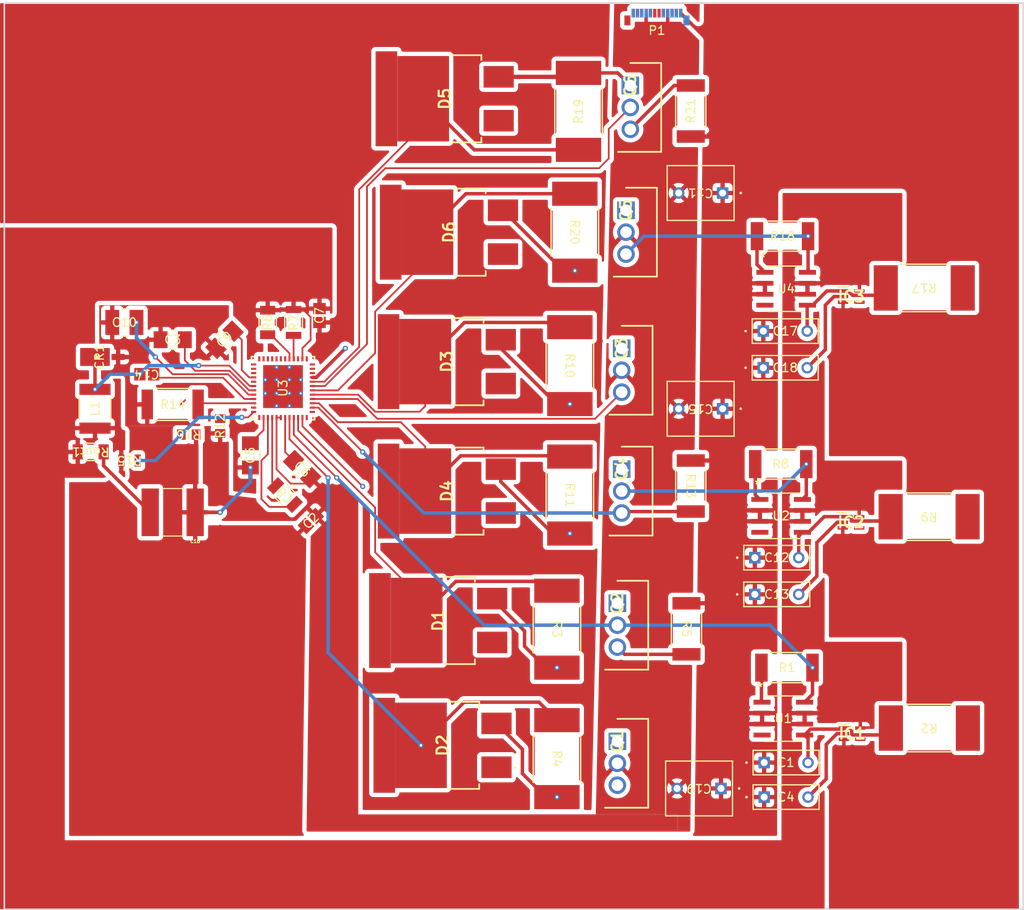
<source format=kicad_pcb>
(kicad_pcb (version 20241229) (generator "pcbnew") (generator_version "9.0")
  (layers (0 "F.Cu" signal) (4 "In1.Cu" signal) (6 "In2.Cu" signal) (2 "B.Cu" signal) (13 "F.Paste" user) (15 "B.Paste" user) (5 "F.SilkS" user "F.Silkscreen") (7 "B.SilkS" user "B.Silkscreen") (1 "F.Mask" user) (3 "B.Mask" user) (25 "Edge.Cuts" user))
  (net 0 "")
  (net 1 "GND")
  (net 2 "Net-(IC3-B)")
  (net 3 "Net-(IC2-B)")
  (net 4 "/ATV Motor Driver/Supply")
  (net 5 "/ATV Motor Driver/SW3")
  (net 6 "/ATV Motor Driver/SW2")
  (net 7 "/ATV Motor Driver/SW1")
  (net 8 "Net-(IC1-B)")
  (net 9 "Net-(D1-A)")
  (net 12 "/ATV Motor Driver/GL_A")
  (net 13 "/ATV Motor Driver/GH_A")
  (net 15 "Net-(D2-A)")
  (net 18 "/ATV Motor Driver/GH_B")
  (net 19 "Net-(D3-A)")
  (net 23 "/ATV Motor Driver/GL_B")
  (net 24 "Net-(D4-A)")
  (net 27 "Net-(D5-A)")
  (net 28 "/ATV Motor Driver/GL_C")
  (net 29 "Net-(D6-A)")
  (net 32 "/ATV Motor Driver/GH_C")
  (net 33 "/ATV Motor Driver/CURRENT_FILTER")
  (net 34 "/ATV Motor Driver/SH_A")
  (net 35 "/ATV Motor Driver/SPA")
  (net 36 "/ATV Motor Driver/SH_B")
  (net 37 "/ATV Motor Driver/SPB")
  (net 38 "/ATV Motor Driver/SH_C")
  (net 39 "/ATV Motor Driver/SPC")
  (net 40 "/ATV Motor Driver/PH_A")
  (net 41 "/ATV Motor Driver/PH_B")
  (net 42 "/ATV Motor Driver/CURRENT_A")
  (net 43 "/ATV Motor Driver/PH_C")
  (net 44 "/ATV Motor Driver/CURRENT_B")
  (net 45 "/ATV Motor Driver/CURRENT_C")
  (net 46 "Net-(U3-VIN)")
  (net 49 "/DRV8350rhrgzr/SOC")
  (net 50 "/DRV8350rhrgzr/SOA")
  (net 51 "/DRV8350rhrgzr/INLA")
  (net 52 "/DRV8350rhrgzr/SDO")
  (net 53 "/DRV8350rhrgzr/INLB")
  (net 54 "/DRV8350rhrgzr/SOB")
  (net 55 "/DRV8350rhrgzr/INLC")
  (net 56 "/DRV8350rhrgzr/INHA")
  (net 57 "/DRV8350rhrgzr/FAULT")
  (net 58 "/DRV8350rhrgzr/INHC")
  (net 59 "/DRV8350rhrgzr/INHB")
  (net 60 "Net-(U3-VGLS)")
  (net 61 "Net-(U3-VCP)")
  (net 62 "Net-(U3-CPH)")
  (net 63 "Net-(U3-CPL)")
  (net 64 "Net-(U3-VCC)")
  (net 65 "Net-(U3-SW)")
  (net 66 "Net-(U3-BST)")
  (net 67 "Net-(C16-Pad2)")
  (net 68 "Net-(U3-RT_SD)")
  (net 69 "Net-(U3-RCL)")
  (net 70 "Net-(U3-FB)")
  (net 75 "Net-(U3-DVDD)")
  (net 77 "VCC")
  (footprint "ATV_Footprint:RES_VMS-R500-1.0-U_IAT" (layer "F.Cu") (at 108.6411 112)
    (property "Reference" "R1")
    (property "Value" "VMS-R500-1.0-U" (hide yes))
  )
  (footprint "ATV_Footprint:CAP_R82E-7P4X2P6-5P0_KEM" (layer "F.Cu") (at 104.92 99.2556)
    (property "Reference" "C12")
    (property "Value" "R82EC1100AA50J" (hide yes))
  )
  (footprint "ATV_Footprint:RES_3550_TEC" (layer "F.Cu") (at 82 107.54 -90)
    (property "Reference" "R3")
    (property "Value" "35501K0JT" (hide yes))
  )
  (footprint "ATV_Footprint:POWERMITE1_DO-216AA_MIS_MCH" (layer "F.Cu") (at 29.0207 76 90)
    (property "Reference" "CR1")
    (property "Value" "UPS115UE3/TR7" (hide yes))
  )
  (footprint "ATV_Footprint:RES_VMS-R500-1.0-U_IAT" (layer "F.Cu") (at 107.9205 88.4118)
    (property "Reference" "R8")
    (property "Value" "VMS-R500-1.0-U" (hide yes))
  )
  (footprint "ATV_Footprint:CAP_R82E-7P5X6P1-5P0_KEM" (layer "F.Cu") (at 101.1844 82 180)
    (property "Reference" "C15")
    (property "Value" "R82EC4100DQ70J" (hide yes))
  )
  (footprint "ATV_Footprint:CAPC220145_88N_KEM" (layer "F.Cu") (at 34.5 78 180)
    (property "Reference" "C14")
    (property "Value" "C0805C103K1RACAUTO" (hide yes))
  )
  (footprint "ATV_Footprint:RES_3550_TEC" (layer "F.Cu") (at 82 122.54 -90)
    (property "Reference" "R4")
    (property "Value" "35501K0JT")
  )
  (footprint "ATV_Footprint:CAPC370290_115N_KEM" (layer "F.Cu") (at 31.902798 72)
    (property "Reference" "C10")
    (property "Value" "C1210X474K1RACAUTO" (hide yes))
  )
  (footprint "ATV_Footprint:RES_CRCW_0805" (layer "F.Cu") (at 32.5 88 180)
    (property "Reference" "R15")
    (property "Value" "CRCW08053K01FKEA" (hide yes))
  )
  (footprint "ATV_Footprint:CAP_R82E-7P4X2P6-5P0_KEM" (layer "F.Cu") (at 106 123)
    (property "Reference" "C1")
    (property "Value" "R82EC1100AA50J" (hide yes))
  )
  (footprint "ATV_Footprint:TO254P500X1010X2050-3P" (layer "F.Cu") (at 90 59 -90)
    (property "Reference" "Q5")
    (property "Value" "R6020ENXC7G" (hide yes))
  )
  (footprint "ATV_Footprint:RGZ0048L" (layer "F.Cu") (at 50.2763 79.6164 90)
    (property "Reference" "U3")
    (property "Value" "DRV8353RHRGZR" (hide yes))
  )
  (footprint "ATV_Footprint:CAP_R82E-7P4X2P6-5P0_KEM" (layer "F.Cu") (at 104.92 103.5068)
    (property "Reference" "C13")
    (property "Value" "R82EC2150AA50K" (hide yes))
  )
  (footprint "ATV_Footprint:CAPC370195_180N_KEM" (layer "F.Cu") (at 46.5 87.402798 90)
    (property "Reference" "C5")
    (property "Value" "C1206X105K1RACAUTO" (hide yes))
  )
  (footprint "ATV_Footprint:RES_VMS-R500-1.0-U_IAT" (layer "F.Cu") (at 97 107.4967 -90)
    (property "Reference" "R5")
    (property "Value" "VMS-R500-1.0-U" (hide yes))
  )
  (footprint "ATV_Footprint:RES_RMCF1206_STP" (layer "F.Cu") (at 28.0014 87 180)
    (property "Reference" "Rout1")
    (property "Value" "RMCF1206FT3R00" (hide yes))
  )
  (footprint "ATV_Footprint:RES_RMCF2512_STP" (layer "F.Cu") (at 37.5 81.5)
    (property "Reference" "R14")
    (property "Value" "RMCF2512FT332K" (hide yes))
  )
  (footprint "ATV_Footprint:RES_3550_TEC" (layer "F.Cu") (at 125.1344 119 180)
    (property "Reference" "R2")
    (property "Value" "35501K0JT" (hide yes))
  )
  (footprint "ATV_Footprint:CAPC6153X670N" (layer "F.Cu") (at 37.5 94 180)
    (property "Reference" "C16")
    (property "Value" "KRM55WR72A226MH01L")
  )
  (footprint "ATV_Footprint:TO254P500X1010X2050-3P" (layer "F.Cu") (at 90.5 44.5423 -90)
    (property "Reference" "Q6")
    (property "Value" "R6020ENXC7G" (hide yes))
  )
  (footprint "ATV_Footprint:TO254P500X1010X2050-3P" (layer "F.Cu") (at 89.5 89 -90)
    (property "Reference" "Q4")
    (property "Value" "R6020ENXC7G" (hide yes))
  )
  (footprint "ATV_Footprint:CAPC370195_180N_KEM" (layer "F.Cu") (at 43.5 74 45)
    (property "Reference" "C9")
    (property "Value" "C1206X105K1RACAUTO" (hide yes))
  )
  (footprint "ATV_Footprint:SOT65P210X110-5N" (layer "F.Cu") (at 116.0846 69)
    (property "Reference" "IC3")
    (property "Value" "SN74LVC1G66DCKR" (hide yes))
  )
  (footprint "ATV_Footprint:YQ30NL10SEFHTL" (layer "F.Cu") (at 68.5 121 90)
    (property "Reference" "D2")
    (property "Value" "YQ20NL10SDTL" (hide yes))
  )
  (footprint "ATV_Footprint:R_8_ADI" (layer "F.Cu") (at 108.2206 117.905)
    (property "Reference" "U1")
    (property "Value" "AD8418WBRZ")
  )
  (footprint "ATV_Footprint:YQ30NL10SEFHTL" (layer "F.Cu") (at 69 91.54 90)
    (property "Reference" "D4")
    (property "Value" "YQ20NL10SDTL" (hide yes))
  )
  (footprint "ATV_Footprint:SOT65P210X110-5N" (layer "F.Cu") (at 116.1844 119.65)
    (property "Reference" "IC1")
    (property "Value" "SN74LVC1G66DCKR" (hide yes))
  )
  (footprint "ATV_Footprint:RC0805N_PAN" (layer "F.Cu") (at 39.352799 85 180)
    (property "Reference" "R16")
    (property "Value" "ERA-6AEB102V" (hide yes))
  )
  (footprint "ATV_Footprint:RES_3550_TEC" (layer "F.Cu") (at 83.5 77 -90)
    (property "Reference" "R10")
    (property "Value" "35501K0JT" (hide yes))
  )
  (footprint "ATV_Footprint:CAPC220145_110N_KEM" (layer "F.Cu") (at 54.5 71.197201 90)
    (property "Reference" "C7")
    (property "Value" "C0805C104K1RECAUTO" (hide yes))
  )
  (footprint "ATV_Footprint:YQ30NL10SEFHTL" (layer "F.Cu") (at 69 76.54 90)
    (property "Reference" "D3")
    (property "Value" "YQ20NL10SDTL" (hide yes))
  )
  (footprint "ATV_Footprint:CAPC220145_110N_KEM" (layer "F.Cu") (at 53.5 95 45)
    (property "Reference" "C2")
    (property "Value" "C0805C104K1RECAUTO" (hide yes))
  )
  (footprint "ATV_Footprint:RES_3550_TEC" (layer "F.Cu") (at 125.1044 94.5068 180)
    (property "Reference" "R9")
    (property "Value" "35501K0JT" (hide yes))
  )
  (footprint "ATV_Footprint:TO254P500X1010X2050-3P" (layer "F.Cu") (at 89 104.54 -90)
    (property "Reference" "Q2")
    (property "Value" "R6020ENXC7G" (hide yes))
  )
  (footprint "ATV_Footprint:YQ30NL10SEFHTL" (layer "F.Cu") (at 69.25 61.54 90)
    (property "Reference" "D6")
    (property "Value" "YQ20NL10SDTL" (hide yes))
  )
  (footprint "ATV_Footprint:R_8_ADI" (layer "F.Cu") (at 108.5484 68.095)
    (property "Reference" "U4")
    (property "Value" "AD8418WBRZ" (hide yes))
  )
  (footprint "ATV_Footprint:RES_VMS-R500-1.0-U_IAT" (layer "F.Cu") (at 108.1279 62)
    (property "Reference" "R18")
    (property "Value" "VMS-R500-1.0-U" (hide yes))
  )
  (footprint "ATV_Footprint:CAPC370195_180N_KEM" (layer "F.Cu") (at 52.491928 88.991928 -45)
    (property "Reference" "C6")
    (property "Value" "C1206X105K1RACAUTO" (hide yes))
  )
  (footprint "ATV_Footprint:R_8_ADI" (layer "F.Cu") (at 107.9638 94.4118)
    (property "Reference" "U2")
    (property "Value" "AD8418WBRZ" (hide yes))
  )
  (footprint "ATV_Footprint:STA_RMCF1206_STP" (layer "F.Cu") (at 48.5 72 90)
    (property "Reference" "R6")
    (property "Value" "RMCF1206JT1K00" (hide yes))
  )
  (footprint "ATV_Footprint:YQ30NL10SEFHTL" (layer "F.Cu") (at 68.75 46.08 90)
    (property "Reference" "D5")
    (property "Value" "YQ20NL10SDTL" (hide yes))
  )
  (footprint "ATV_Footprint:RES_3550_TEC" (layer "F.Cu") (at 83.5 92 -90)
    (property "Reference" "R11")
    (property "Value" "35501K0JT" (hide yes))
  )
  (footprint "ATV_Footprint:RC0805N_PAN" (layer "F.Cu") (at 43 84 90)
    (property "Reference" "R12")
    (property "Value" "ERJ-6ENF3243V" (hide yes))
  )
  (footprint "ATV_Footprint:CAP_R82E-7P4X2P6-5P0_KEM" (layer "F.Cu") (at 105.9002 77.2512)
    (property "Reference" "C18")
    (property "Value" "R82EC2150AA50K" (hide yes))
  )
  (footprint "ATV_Footprint:RES_VMS-R500-1.0-U_IAT" (layer "F.Cu") (at 97.5 90.9567 -90)
    (property "Reference" "R13")
    (property "Value" "VMS-R500-1.0-U" (hide yes))
  )
  (footprint "ATV_Footprint:CAP_R82E-7P4X2P6-5P0_KEM" (layer "F.Cu") (at 106 127)
    (property "Reference" "C4")
    (property "Value" "R82EC2150AA50K" (hide yes))
  )
  (footprint "ATV_Footprint:IND_EPCOS_B82432T_EPC" (layer "F.Cu") (at 28.5 82 90)
    (property "Reference" "L1")
    (property "Value" "B82432T1274K000" (hide yes))
  )
  (footprint "ATV_Footprint:CAPC370195_180N_KEM" (layer "F.Cu") (at 37.5 74)
    (property "Reference" "C3")
    (property "Value" "C1206X105K1RACAUTO" (hide yes))
  )
  (footprint "ATV_Footprint:YQ30NL10SEFHTL" (layer "F.Cu") (at 68 106.54 90)
    (property "Reference" "D1")
    (property "Value" "YQ20NL10SDTL" (hide yes))
  )
  (footprint "ATV_Footprint:TO254P500X1010X2050-3P" (layer "F.Cu") (at 89.5 75 -90)
    (property "Reference" "Q3")
    (property "Value" "R6020ENXC7G" (hide yes))
  )
  (footprint "ATV_Footprint:SOT65P210X110-5N" (layer "F.Cu") (at 116.0544 95.1568)
    (property "Reference" "IC2")
    (property "Value" "SN74LVC1G66DCKR" (hide yes))
  )
  (footprint "ATV_Footprint:RES_VMS-R500-1.0-U_IAT" (layer "F.Cu") (at 97.5 47.499 90)
    (property "Reference" "R21")
    (property "Value" "VMS-R500-1.0-U" (hide yes))
  )
  (footprint "ATV_Footprint:STA_RNCF1206_STP" (layer "F.Cu") (at 51.5 72 90)
    (property "Reference" "R7")
    (property "Value" "RNCF1206TKY10K0" (hide yes))
  )
  (footprint "ATV_Footprint:CAPC340180_180N_KEM" (layer "F.Cu") (at 50.5 92 135)
    (property "Reference" "C8")
    (property "Value" "C1206C474K1RECAUTO" (hide yes))
  )
  (footprint "ATV_Footprint:RES_3550_TEC" (layer "F.Cu") (at 124.5423 68 180)
    (property "Reference" "R17")
    (property "Value" "35501K0JT" (hide yes))
  )
  (footprint "Connector_USB:USB_C_Plug_Molex_105444" (layer "F.Cu") (at 93.58 36.12)
    (property "Reference" "P1")
    (property "Value" "USB_C_Plug_USB2.0" (hide yes))
  )
  (footprint "ATV_Footprint:RES_3550_TEC" (layer "F.Cu") (at 84.075 61.54 -90)
    (property "Reference" "R20")
    (property "Value" "35501K0JT" (hide yes))
  )
  (footprint "ATV_Footprint:CAP_R82E-7P5X6P1-5P0_KEM" (layer "F.Cu") (at 101 126 180)
    (property "Reference" "C19")
    (property "Value" "R82EC4100DQ70J" (hide yes))
  )
  (footprint "ATV_Footprint:TO254P500X1010X2050-3P" (layer "F.Cu") (at 89 120.54 -90)
    (property "Reference" "Q1")
    (property "Value" "R6020ENXC7G" (hide yes))
  )
  (footprint "ATV_Footprint:RES_3550_TEC" (layer "F.Cu") (at 84.5 47.5423 90)
    (property "Reference" "R19")
    (property "Value" "35501K0JT" (hide yes))
  )
  (footprint "ATV_Footprint:CAP_R82E-7P5X6P1-5P0_KEM" (layer "F.Cu") (at 101.1844 57 180)
    (property "Reference" "C11")
    (property "Value" "R82EC4100DQ70J" (hide yes))
  )
  (footprint "ATV_Footprint:CAP_R82E-7P4X2P6-5P0_KEM" (layer "F.Cu") (at 105.9002 73)
    (property "Reference" "C17")
    (property "Value" "R82EC1100AA50J" (hide yes))
  )
  (gr_rect (start 18 35) (end 136 140) (stroke (width 0.2)) (fill no) (layer "Edge.Cuts"))
  (segment (start 40.103 94) (end 43 94) (width 0.4) (layer "F.Cu") (net 1))
  (segment (start 42.508072 74.991928) (end 42.508072 75.08727) (width 0.2) (layer "F.Cu") (net 1))
  (segment (start 101 40.83) (end 101 48.7813) (width 0.41) (layer "F.Cu") (net 1))
  (segment (start 101 48.7813) (end 99.3256 50.4557) (width 0.4) (layer "F.Cu") (net 1))
  (segment (start 96.33 36.16) (end 101 40.83) (width 0.4) (layer "F.Cu") (net 1))
  (segment (start 99.3256 50.4557) (end 97.5 50.4557) (width 0.4) (layer "F.Cu") (net 1))
  (via (at 43 94) (size 0.6) (drill 0.3) (layers "F.Cu" "B.Cu") (net 1))
  (via (at 46.5 88.805596) (size 0.6) (drill 0.3) (layers "F.Cu" "B.Cu") (net 1))
  (segment (start 43 94) (end 46.5 90.5) (width 0.4) (layer "B.Cu") (net 1))
  (segment (start 46.5 90.5) (end 46.5 88.805596) (width 0.4) (layer "B.Cu") (net 1))
  (segment (start 115.1346 69) (end 114.0846 69) (width 0.4) (layer "F.Cu") (net 2))
  (segment (start 113.0846 70) (end 113.0846 75.1468) (width 0.4) (layer "F.Cu") (net 2))
  (segment (start 114.0846 69) (end 113.0846 70) (width 0.4) (layer "F.Cu") (net 2))
  (segment (start 113.0846 75.1468) (end 110.9802 77.2512) (width 0.4) (layer "F.Cu") (net 2))
  (segment (start 112.1044 97.5068) (end 114.4544 95.1568) (width 0.4) (layer "F.Cu") (net 3))
  (segment (start 114.4544 95.1568) (end 115.1044 95.1568) (width 0.4) (layer "F.Cu") (net 3))
  (segment (start 112.1044 101.4024) (end 112.1044 97.5068) (width 0.4) (layer "F.Cu") (net 3))
  (segment (start 110 103.5068) (end 112.1044 101.4024) (width 0.4) (layer "F.Cu") (net 3))
  (segment (start 49.526302 83.016401) (end 49.526302 89.026302) (width 0.2) (layer "F.Cu") (net 4))
  (segment (start 49.526302 89.026302) (end 51.173284 90.673284) (width 0.2) (layer "F.Cu") (net 4))
  (segment (start 51.173284 90.673284) (end 52.794428 90.673284) (width 0.2) (layer "F.Cu") (net 4))
  (segment (start 92.33 36.16) (end 92.33 37.67) (width 0.4) (layer "F.Cu") (net 4))
  (segment (start 94.83 36.16) (end 94.83 37.83) (width 0.4) (layer "F.Cu") (net 4))
  (segment (start 49.526302 83.016401) (end 50.0263 83.016401) (width 0.2) (layer "F.Cu") (net 4))
  (segment (start 52.794428 90.673284) (end 53.483856 89.983856) (width 0.2) (layer "F.Cu") (net 4))
  (segment (start 119.2336 68.851) (end 120.0846 68) (width 0.2) (layer "F.Cu") (net 5))
  (segment (start 120.0846 68) (end 119.9336 67.849) (width 0.2) (layer "F.Cu") (net 5))
  (segment (start 116.2356 68.851) (end 119.2336 68.851) (width 0.4) (layer "F.Cu") (net 5))
  (segment (start 110.9802 73) (end 110.9802 70.032) (width 0.4) (layer "F.Cu") (net 5))
  (segment (start 110.9802 70.032) (end 111.0122 70) (width 0.2) (layer "F.Cu") (net 5))
  (segment (start 115.7346 68.35) (end 116.2356 68.851) (width 0.4) (layer "F.Cu") (net 5))
  (segment (start 113.2642 68.35) (end 111.6142 70) (width 0.4) (layer "F.Cu") (net 5))
  (segment (start 115.1346 68.35) (end 113.2642 68.35) (width 0.4) (layer "F.Cu") (net 5))
  (segment (start 115.1346 68.35) (end 115.7346 68.35) (width 0.4) (layer "F.Cu") (net 5))
  (segment (start 111.6142 70) (end 111.0122 70) (width 0.4) (layer "F.Cu") (net 5))
  (segment (start 116.1034 94.5068) (end 116.1034 95.0078) (width 0.4) (layer "F.Cu") (net 6))
  (segment (start 115.1044 94.5068) (end 116.1034 94.5068) (width 0.4) (layer "F.Cu") (net 6))
  (segment (start 110.4276 96.3168) (end 111.1388 96.3168) (width 0.2) (layer "F.Cu") (net 6))
  (segment (start 110 96.7444) (end 110.4276 96.3168) (width 0.4) (layer "F.Cu") (net 6))
  (segment (start 111.1388 96.3168) (end 112.9488 94.5068) (width 0.4) (layer "F.Cu") (net 6))
  (segment (start 112.9488 94.5068) (end 115.1044 94.5068) (width 0.4) (layer "F.Cu") (net 6))
  (segment (start 110 99.2556) (end 110 96.7444) (width 0.4) (layer "F.Cu") (net 6))
  (segment (start 116.1034 95.0078) (end 120.1457 95.0078) (width 0.4) (layer "F.Cu") (net 6))
  (segment (start 120.1457 95.0078) (end 120.6467 94.5068) (width 0.2) (layer "F.Cu") (net 6))
  (segment (start 111.08 123) (end 111.08 120.2056) (width 0.4) (layer "F.Cu") (net 7))
  (segment (start 111.08 120.2056) (end 110.6844 119.81) (width 0.4) (layer "F.Cu") (net 7))
  (segment (start 110.6844 119.81) (end 111.3956 119.81) (width 0.2) (layer "F.Cu") (net 7))
  (segment (start 116.2374 119.799) (end 116.1354 119.697) (width 0.4) (layer "F.Cu") (net 7))
  (segment (start 116.1354 119.697) (end 116.1354 119.101) (width 0.4) (layer "F.Cu") (net 7))
  (segment (start 115.114 119.1204) (end 111.374 119.1204) (width 0.4) (layer "F.Cu") (net 7))
  (segment (start 119.8777 119.799) (end 116.2374 119.799) (width 0.4) (layer "F.Cu") (net 7))
  (segment (start 115.2344 119) (end 115.114 119.1204) (width 0.4) (layer "F.Cu") (net 7))
  (segment (start 111.374 119.1204) (end 110.6844 119.81) (width 0.4) (layer "F.Cu") (net 7))
  (segment (start 116.1354 119.101) (end 116.0344 119) (width 0.4) (layer "F.Cu") (net 7))
  (segment (start 120.6767 119) (end 119.8777 119.799) (width 0.2) (layer "F.Cu") (net 7))
  (segment (start 116.0344 119) (end 115.2344 119) (width 0.4) (layer "F.Cu") (net 7))
  (segment (start 114.4344 119.65) (end 113.1844 120.9) (width 0.4) (layer "F.Cu") (net 8))
  (segment (start 113.1844 124.8956) (end 111.08 127) (width 0.4) (layer "F.Cu") (net 8))
  (segment (start 115.2344 119.65) (end 114.4344 119.65) (width 0.4) (layer "F.Cu") (net 8))
  (segment (start 113.1844 120.9) (end 113.1844 124.8956) (width 0.4) (layer "F.Cu") (net 8))
  (segment (start 78.25 109.520836) (end 80.726864 111.9977) (width 0.4) (layer "F.Cu") (net 9))
  (segment (start 78.25 107.75) (end 78.25 109.520836) (width 0.4) (layer "F.Cu") (net 9))
  (segment (start 74.5 104) (end 78.25 107.75) (width 0.4) (layer "F.Cu") (net 9))
  (segment (start 80.726864 111.9977) (end 82 111.9977) (width 0.4) (layer "F.Cu") (net 9))
  (via (at 82 111.9977) (size 0.6) (drill 0.3) (layers "F.Cu" "B.Cu") (net 9))
  (segment (start 70.29 102) (end 80.9177 102) (width 0.4) (layer "F.Cu") (net 12))
  (segment (start 65.75 106.54) (end 70.29 102) (width 0.4) (layer "F.Cu") (net 12))
  (segment (start 60.949 98.637) (end 65.75 103.438) (width 0.2) (layer "F.Cu") (net 12))
  (segment (start 52.026302 84.526302) (end 60.949 93.449) (width 0.2) (layer "F.Cu") (net 12))
  (segment (start 65.75 103.438) (end 65.75 106.54) (width 0.2) (layer "F.Cu") (net 12))
  (segment (start 60.949 93.449) (end 60.949 98.637) (width 0.2) (layer "F.Cu") (net 12))
  (segment (start 80.9177 102) (end 82 103.0823) (width 0.4) (layer "F.Cu") (net 12))
  (segment (start 52.026302 83.016401) (end 52.026302 84.526302) (width 0.2) (layer "F.Cu") (net 12))
  (segment (start 51.026301 83.016401) (end 51.026301 85.526301) (width 0.2) (layer "F.Cu") (net 13))
  (segment (start 51.026301 85.526301) (end 55.5 90) (width 0.2) (layer "F.Cu") (net 13))
  (segment (start 71.25 116) (end 66.25 121) (width 0.4) (layer "F.Cu") (net 13))
  (segment (start 79.9177 116) (end 71.25 116) (width 0.4) (layer "F.Cu") (net 13))
  (segment (start 82 118.0823) (end 79.9177 116) (width 0.4) (layer "F.Cu") (net 13))
  (via (at 55.5 90) (size 0.6) (drill 0.3) (layers "F.Cu" "B.Cu") (net 13))
  (via (at 66.25 121) (size 0.6) (drill 0.3) (layers "F.Cu" "B.Cu") (net 13))
  (segment (start 55.5 110.25) (end 66.25 121) (width 0.4) (layer "B.Cu") (net 13))
  (segment (start 55.5 90) (end 55.5 110.25) (width 0.4) (layer "B.Cu") (net 13))
  (segment (start 75 118.46) (end 78 121.46) (width 0.4) (layer "F.Cu") (net 15))
  (segment (start 78 124.270836) (end 80.726864 126.9977) (width 0.4) (layer "F.Cu") (net 15))
  (segment (start 78 121.46) (end 78 124.270836) (width 0.4) (layer "F.Cu") (net 15))
  (segment (start 80.726864 126.9977) (end 82 126.9977) (width 0.4) (layer "F.Cu") (net 15))
  (via (at 82 126.9977) (size 0.6) (drill 0.3) (layers "F.Cu" "B.Cu") (net 15))
  (segment (start 60.949 82.341) (end 66.099 82.341) (width 0.2) (layer "F.Cu") (net 18))
  (segment (start 83.4067 72.449) (end 82.9577 72) (width 0.4) (layer "F.Cu") (net 18))
  (segment (start 82.9577 72) (end 71.29 72) (width 0.4) (layer "F.Cu") (net 18))
  (segment (start 66.75 81.69) (end 66.75 76.54) (width 0.2) (layer "F.Cu") (net 18))
  (segment (start 58.974398 80.366398) (end 60.949 82.341) (width 0.2) (layer "F.Cu") (net 18))
  (segment (start 71.29 72) (end 66.75 76.54) (width 0.4) (layer "F.Cu") (net 18))
  (segment (start 53.676301 80.366398) (end 58.974398 80.366398) (width 0.2) (layer "F.Cu") (net 18))
  (segment (start 66.099 82.341) (end 66.75 81.69) (width 0.2) (layer "F.Cu") (net 18))
  (segment (start 83.5 72.5423) (end 83.4067 72.449) (width 0.2) (layer "F.Cu") (net 18))
  (segment (start 81.9577 81.4577) (end 83.5 81.4577) (width 0.4) (layer "F.Cu") (net 19))
  (segment (start 75.5 75) (end 81.9577 81.4577) (width 0.4) (layer "F.Cu") (net 19))
  (segment (start 75.5 74) (end 75.5 75) (width 0.2) (layer "F.Cu") (net 19))
  (via (at 83.5 81.4577) (size 0.6) (drill 0.3) (layers "F.Cu" "B.Cu") (net 19))
  (segment (start 83.5 87.5423) (end 83.4067 87.449) (width 0.2) (layer "F.Cu") (net 23))
  (segment (start 63.9167 83.5567) (end 56.6238 83.5567) (width 0.2) (layer "F.Cu") (net 23))
  (segment (start 66.75 86.39) (end 63.9167 83.5567) (width 0.2) (layer "F.Cu") (net 23))
  (segment (start 66.75 91.54) (end 66.75 86.39) (width 0.2) (layer "F.Cu") (net 23))
  (segment (start 83.4067 87.449) (end 70.841 87.449) (width 0.4) (layer "F.Cu") (net 23))
  (segment (start 56.6238 83.5567) (end 54.433499 81.366399) (width 0.2) (layer "F.Cu") (net 23))
  (segment (start 54.433499 81.366399) (end 53.676301 81.366399) (width 0.2) (layer "F.Cu") (net 23))
  (segment (start 70.841 87.449) (end 66.75 91.54) (width 0.4) (layer "F.Cu") (net 23))
  (segment (start 81.5077 96.4577) (end 83.5 96.4577) (width 0.4) (layer "F.Cu") (net 24))
  (segment (start 75.5 89) (end 75.5 90.45) (width 0.4) (layer "F.Cu") (net 24))
  (segment (start 75.5 90.45) (end 81.5077 96.4577) (width 0.4) (layer "F.Cu") (net 24))
  (via (at 83.5 96.4577) (size 0.6) (drill 0.3) (layers "F.Cu" "B.Cu") (net 24))
  (segment (start 75.25 43.54) (end 84.0446 43.54) (width 0.5) (layer "F.Cu") (net 27))
  (segment (start 89.0423 43.0846) (end 90.5 44.5423) (width 0.4) (layer "F.Cu") (net 27))
  (segment (start 84.0446 43.54) (end 84.5 43.0846) (width 0.2) (layer "F.Cu") (net 27))
  (segment (start 84.5 43.0846) (end 89.0423 43.0846) (width 0.4) (layer "F.Cu") (net 27))
  (segment (start 72.42 52) (end 66.5 46.08) (width 0.4) (layer "F.Cu") (net 28))
  (segment (start 66.5 46.08) (end 66.5 49.182) (width 0.2) (layer "F.Cu") (net 28))
  (segment (start 55.066501 78.866399) (end 53.676301 78.866399) (width 0.2) (layer "F.Cu") (net 28))
  (segment (start 84.5 52) (end 72.42 52) (width 0.4) (layer "F.Cu") (net 28))
  (segment (start 66.5 49.182) (end 59.099 56.583) (width 0.2) (layer "F.Cu") (net 28))
  (segment (start 59.099 56.583) (end 59.099 74.8339) (width 0.2) (layer "F.Cu") (net 28))
  (segment (start 59.099 74.8339) (end 55.066501 78.866399) (width 0.2) (layer "F.Cu") (net 28))
  (segment (start 82.7477 65.9977) (end 84.075 65.9977) (width 0.4) (layer "F.Cu") (net 29))
  (segment (start 75.75 59) (end 82.7477 65.9977) (width 0.4) (layer "F.Cu") (net 29))
  (via (at 84.075 65.9977) (size 0.6) (drill 0.3) (layers "F.Cu" "B.Cu") (net 29))
  (segment (start 71.4577 57.0823) (end 84.075 57.0823) (width 0.4) (layer "F.Cu") (net 32))
  (segment (start 60.949 75.551) (end 60.949 70.739) (width 0.2) (layer "F.Cu") (net 32))
  (segment (start 56.6336 79.8664) (end 60.949 75.551) (width 0.2) (layer "F.Cu") (net 32))
  (segment (start 67 61.54) (end 71.4577 57.0823) (width 0.4) (layer "F.Cu") (net 32))
  (segment (start 67 64.688) (end 67 61.54) (width 0.2) (layer "F.Cu") (net 32))
  (segment (start 60.949 70.739) (end 67 64.688) (width 0.2) (layer "F.Cu") (net 32))
  (segment (start 53.676301 79.8664) (end 56.6336 79.8664) (width 0.2) (layer "F.Cu") (net 32))
  (segment (start 51.5263 83.016401) (end 51.5263 85.0263) (width 0.2) (layer "F.Cu") (net 34))
  (segment (start 111.5978 115.0866) (end 111.5978 112) (width 0.4) (layer "F.Cu") (net 34))
  (segment (start 51.5263 85.0263) (end 56.5 90) (width 0.2) (layer "F.Cu") (net 34))
  (segment (start 110.6844 116) (end 111.5978 115.0866) (width 0.4) (layer "F.Cu") (net 34))
  (via (at 111.5978 112) (size 0.6) (drill 0.3) (layers "F.Cu" "B.Cu") (net 34))
  (via (at 56.5 90) (size 0.6) (drill 0.3) (layers "F.Cu" "B.Cu") (net 34))
  (segment (start 106.6778 107.08) (end 111.5978 112) (width 0.4) (layer "B.Cu") (net 34))
  (segment (start 56.5 90) (end 73.58 107.08) (width 0.4) (layer "B.Cu") (net 34))
  (segment (start 89 107.08) (end 106.6778 107.08) (width 0.4) (layer "B.Cu") (net 34))
  (segment (start 73.58 107.08) (end 89 107.08) (width 0.4) (layer "B.Cu") (net 34))
  (segment (start 52.526301 84.026301) (end 59.5 91) (width 0.2) (layer "F.Cu") (net 35))
  (segment (start 97 110.4534) (end 89.8334 110.4534) (width 0.4) (layer "F.Cu") (net 35))
  (segment (start 52.526301 83.016401) (end 52.526301 84.026301) (width 0.2) (layer "F.Cu") (net 35))
  (segment (start 89.8334 110.4534) (end 89 109.62) (width 0.4) (layer "F.Cu") (net 35))
  (via (at 59.5 91) (size 0.6) (drill 0.3) (layers "F.Cu" "B.Cu") (net 35))
  (segment (start 53.676301 80.8664) (end 58.9073 80.8664) (width 0.2) (layer "F.Cu") (net 36))
  (segment (start 110.8772 88.4118) (end 110.8772 92.0572) (width 0.4) (layer "F.Cu") (net 36))
  (segment (start 58.9073 80.8664) (end 61.1966 83.1557) (width 0.2) (layer "F.Cu") (net 36))
  (segment (start 110.8772 92.0572) (end 110.4276 92.5068) (width 0.4) (layer "F.Cu") (net 36))
  (segment (start 61.1966 83.1557) (end 86.4243 83.1557) (width 0.2) (layer "F.Cu") (net 36))
  (segment (start 86.4243 83.1557) (end 89.5 80.08) (width 0.2) (layer "F.Cu") (net 36))
  (via (at 110.8772 88.4118) (size 0.6) (drill 0.3) (layers "F.Cu" "B.Cu") (net 36))
  (segment (start 107.749 91.54) (end 110.8772 88.4118) (width 0.4) (layer "B.Cu") (net 36))
  (segment (start 89.5 91.54) (end 107.749 91.54) (width 0.4) (layer "B.Cu") (net 36))
  (segment (start 54.366401 81.866401) (end 59.5 87) (width 0.2) (layer "F.Cu") (net 37))
  (segment (start 97.5 93.9134) (end 89.6666 93.9134) (width 0.4) (layer "F.Cu") (net 37))
  (segment (start 53.676301 81.866401) (end 54.366401 81.866401) (width 0.2) (layer "F.Cu") (net 37))
  (segment (start 89.6666 93.9134) (end 89.5 94.08) (width 0.4) (layer "F.Cu") (net 37))
  (via (at 59.5 87) (size 0.6) (drill 0.3) (layers "F.Cu" "B.Cu") (net 37))
  (segment (start 59.5 87) (end 66.58 94.08) (width 0.4) (layer "B.Cu") (net 37))
  (segment (start 66.58 94.08) (end 89.5 94.08) (width 0.4) (layer "B.Cu") (net 37))
  (segment (start 88 49.5823) (end 90.5 47.0823) (width 0.2) (layer "F.Cu") (net 38))
  (segment (start 111.0846 62) (end 111.0846 66.1176) (width 0.4) (layer "F.Cu") (net 38))
  (segment (start 60 56.2491) (end 62.12455 54.12455) (width 0.2) (layer "F.Cu") (net 38))
  (segment (start 62.12455 54.12455) (end 86.87545 54.12455) (width 0.2) (layer "F.Cu") (net 38))
  (segment (start 88 53) (end 88 49.5823) (width 0.2) (layer "F.Cu") (net 38))
  (segment (start 111.0846 66.1176) (end 111.0122 66.19) (width 0.2) (layer "F.Cu") (net 38))
  (segment (start 53.676301 79.3664) (end 55.1336 79.3664) (width 0.2) (layer "F.Cu") (net 38))
  (segment (start 60 74.5) (end 60 56.2491) (width 0.2) (layer "F.Cu") (net 38))
  (segment (start 55.1336 79.3664) (end 60 74.5) (width 0.2) (layer "F.Cu") (net 38))
  (segment (start 86.87545 54.12455) (end 88 53) (width 0.2) (layer "F.Cu") (net 38))
  (via (at 111.0846 62) (size 0.6) (drill 0.3) (layers "F.Cu" "B.Cu") (net 38))
  (segment (start 92.08 62) (end 111.0846 62) (width 0.4) (layer "B.Cu") (net 38))
  (segment (start 90 64.08) (end 92.08 62) (width 0.4) (layer "B.Cu") (net 38))
  (segment (start 57.5 75) (end 54.1336 78.3664) (width 0.4) (layer "F.Cu") (net 39))
  (segment (start 54.1336 78.3664) (end 53.676301 78.3664) (width 0.4) (layer "F.Cu") (net 39))
  (segment (start 90.5 49.6223) (end 95.58 44.5423) (width 0.4) (layer "F.Cu") (net 39))
  (segment (start 95.58 44.5423) (end 97.5 44.5423) (width 0.4) (layer "F.Cu") (net 39))
  (via (at 57.5 75) (size 0.6) (drill 0.3) (layers "F.Cu" "B.Cu") (net 39))
  (segment (start 105.6844 112) (end 105.6844 115.9276) (width 0.4) (layer "F.Cu") (net 40))
  (segment (start 105.6844 115.9276) (end 105.7568 116) (width 0.2) (layer "F.Cu") (net 40))
  (segment (start 104.9638 88.4118) (end 104.9638 91.9706) (width 0.4) (layer "F.Cu") (net 41))
  (segment (start 104.9638 91.9706) (end 105.5 92.5068) (width 0.4) (layer "F.Cu") (net 41))
  (segment (start 105.1712 62) (end 105.1712 65.2766) (width 0.4) (layer "F.Cu") (net 43))
  (segment (start 105.1712 65.2766) (end 106.0846 66.19) (width 0.4) (layer "F.Cu") (net 43))
  (segment (start 46.3543 79.8664) (end 46.876299 79.8664) (width 0.2) (layer "F.Cu") (net 46))
  (segment (start 44.0869 77.599) (end 46.3543 79.8664) (width 0.2) (layer "F.Cu") (net 46))
  (segment (start 38.902798 74) (end 38.902798 76.402798) (width 0.2) (layer "F.Cu") (net 46))
  (segment (start 40.099 77.599) (end 44.0869 77.599) (width 0.2) (layer "F.Cu") (net 46))
  (segment (start 38.902798 76.402798) (end 40.099 77.599) (width 0.2) (layer "F.Cu") (net 46))
  (segment (start 51.026301 75.580401) (end 51.026301 76.216399) (width 0.2) (layer "F.Cu") (net 52))
  (segment (start 48.5 73.4224) (end 48.8683 73.4224) (width 0.2) (layer "F.Cu") (net 52))
  (segment (start 48.8683 73.4224) (end 51.026301 75.580401) (width 0.2) (layer "F.Cu") (net 52))
  (segment (start 51.5 76.190099) (end 51.5263 76.216399) (width 0.2) (layer "F.Cu") (net 57))
  (segment (start 51.5 73.4986) (end 51.5 76.190099) (width 0.2) (layer "F.Cu") (net 57))
  (segment (start 48.026299 84.473701) (end 48.026299 83.016401) (width 0.2) (layer "F.Cu") (net 60))
  (segment (start 46.5 86) (end 48.026299 84.473701) (width 0.2) (layer "F.Cu") (net 60))
  (segment (start 50.5263 87.0263) (end 50.5263 83.016401) (width 0.2) (layer "F.Cu") (net 61))
  (segment (start 51.5 88) (end 50.5263 87.0263) (width 0.2) (layer "F.Cu") (net 61))
  (segment (start 49.419684 90.919684) (end 49.0263 90.5263) (width 0.2) (layer "F.Cu") (net 62))
  (segment (start 49.0263 90.5263) (end 49.0263 83.016401) (width 0.2) (layer "F.Cu") (net 62))
  (segment (start 47.775998 92.46139) (end 47.775998 88) (width 0.2) (layer "F.Cu") (net 63))
  (segment (start 47.775998 88) (end 48.526301 87.249697) (width 0.2) (layer "F.Cu") (net 63))
  (segment (start 48.526301 87.249697) (end 48.526301 83.016401) (width 0.2) (layer "F.Cu") (net 63))
  (segment (start 48.687266 93.372658) (end 47.775998 92.46139) (width 0.2) (layer "F.Cu") (net 63))
  (segment (start 51.287974 93.372658) (end 48.687266 93.372658) (width 0.2) (layer "F.Cu") (net 63))
  (segment (start 51.580316 93.080316) (end 51.287974 93.372658) (width 0.2) (layer "F.Cu") (net 63))
  (segment (start 37.717406 78) (end 43.9208 78) (width 0.2) (layer "F.Cu") (net 64))
  (segment (start 46.287198 80.366398) (end 46.876299 80.366398) (width 0.2) (layer "F.Cu") (net 64))
  (segment (start 37.5 78) (end 35.5 76) (width 0.2) (layer "F.Cu") (net 64))
  (segment (start 43.9208 78) (end 46.287198 80.366398) (width 0.2) (layer "F.Cu") (net 64))
  (segment (start 33.305596 72) (end 33.5 72) (width 0.2) (layer "F.Cu") (net 64))
  (segment (start 37.717406 78) (end 37.5 78) (width 0.2) (layer "F.Cu") (net 64))
  (via (at 35.5 76) (size 0.6) (drill 0.3) (layers "F.Cu" "B.Cu") (net 64))
  (via (at 33.305596 72) (size 0.6) (drill 0.3) (layers "F.Cu" "B.Cu") (net 64))
  (segment (start 33.305596 73.805596) (end 33.305596 72) (width 0.4) (layer "B.Cu") (net 64))
  (segment (start 35.5 76) (end 33.305596 73.805596) (width 0.4) (layer "B.Cu") (net 64))
  (segment (start 46.4214 79.3664) (end 44.054 76.999) (width 0.2) (layer "F.Cu") (net 65))
  (segment (start 44.054 76.999) (end 40.5 76.999) (width 0.2) (layer "F.Cu") (net 65))
  (segment (start 28.5 76) (end 28.5 79.7521) (width 0.4) (layer "F.Cu") (net 65))
  (segment (start 46.876299 79.3664) (end 46.4214 79.3664) (width 0.2) (layer "F.Cu") (net 65))
  (via (at 33.697201 78) (size 0.6) (drill 0.3) (layers "F.Cu" "B.Cu") (net 65))
  (via (at 40.5 76.999) (size 0.6) (drill 0.3) (layers "F.Cu" "B.Cu") (net 65))
  (via (at 28.5 79.7521) (size 0.6) (drill 0.3) (layers "F.Cu" "B.Cu") (net 65))
  (segment (start 34.698201 76.999) (end 33.697201 78) (width 0.4) (layer "B.Cu") (net 65))
  (segment (start 40.5 76.999) (end 34.698201 76.999) (width 0.4) (layer "B.Cu") (net 65))
  (segment (start 33.697201 78) (end 30.2521 78) (width 0.4) (layer "B.Cu") (net 65))
  (segment (start 30.2521 78) (end 28.5 79.7521) (width 0.4) (layer "B.Cu") (net 65))
  (segment (start 46.876299 80.8664) (end 45.7993 80.8664) (width 0.2) (layer "F.Cu") (net 66))
  (segment (start 43.3339 78.401) (end 35.703799 78.401) (width 0.2) (layer "F.Cu") (net 66))
  (segment (start 45.7993 80.8664) (end 43.3339 78.401) (width 0.2) (layer "F.Cu") (net 66))
  (segment (start 35.703799 78.401) (end 35.302799 78) (width 0.2) (layer "F.Cu") (net 66))
  (segment (start 29.5 88.603) (end 34.897 94) (width 0.4) (layer "F.Cu") (net 67))
  (segment (start 29.5 87) (end 29.5 88.603) (width 0.4) (layer "F.Cu") (net 67))
  (segment (start 40.4464 81.5) (end 40.580001 81.366399) (width 0.2) (layer "F.Cu") (net 69))
  (segment (start 38.9464 81) (end 38.4464 81.5) (width 0.2) (layer "F.Cu") (net 69))
  (segment (start 40.580001 81.366399) (end 46.876299 81.366399) (width 0.2) (layer "F.Cu") (net 69))
  (segment (start 33.4525 88) (end 33.5 88) (width 0.2) (layer "F.Cu") (net 70))
  (segment (start 45.5 83) (end 46.242699 83) (width 0.2) (layer "F.Cu") (net 70))
  (segment (start 46.242699 83) (end 46.876299 82.3664) (width 0.2) (layer "F.Cu") (net 70))
  (segment (start 38.5 85) (end 38.5 84.861565) (width 0.2) (layer "F.Cu") (net 70))
  (via (at 33.5 88) (size 0.6) (drill 0.3) (layers "F.Cu" "B.Cu") (net 70))
  (via (at 45.5 83) (size 0.6) (drill 0.3) (layers "F.Cu" "B.Cu") (net 70))
  (via (at 38.5 85) (size 0.6) (drill 0.3) (layers "F.Cu" "B.Cu") (net 70))
  (segment (start 35.5 88) (end 38.5 85) (width 0.4) (layer "B.Cu") (net 70))
  (segment (start 38.5 85) (end 40.5 83) (width 0.4) (layer "B.Cu") (net 70))
  (segment (start 40.5 83) (end 45.5 83) (width 0.4) (layer "B.Cu") (net 70))
  (segment (start 33.5 88) (end 35.5 88) (width 0.4) (layer "B.Cu") (net 70))
  (segment (start 45.5 74.016144) (end 45.5 77.512098) (width 0.2) (layer "F.Cu") (net 75))
  (segment (start 45.5 77.512098) (end 46.354302 78.3664) (width 0.2) (layer "F.Cu") (net 75))
  (segment (start 46.354302 78.3664) (end 46.876299 78.3664) (width 0.2) (layer "F.Cu") (net 75))
  (segment (start 44.491928 73.008072) (end 45.5 74.016144) (width 0.2) (layer "F.Cu") (net 75))
  (segment (start 53.474002 71.373702) (end 52.6017 70.5014) (width 0.2) (layer "F.Cu") (net 77))
  (segment (start 52.526301 74.973699) (end 53.5 74) (width 0.2) (layer "F.Cu") (net 77))
  (segment (start 53.474002 73.974002) (end 53.474002 71.373702) (width 0.2) (layer "F.Cu") (net 77))
  (segment (start 110.7254 118.499) (end 110.6844 118.54) (width 0.2) (layer "F.Cu") (net 77))
  (segment (start 52.474002 76.1641) (end 52.526301 76.216399) (width 0.2) (layer "F.Cu") (net 77))
  (segment (start 52.526301 76.216399) (end 52.526301 74.973699) (width 0.2) (layer "F.Cu") (net 77))
  (segment (start 110.6844 117.27) (end 110.6844 118.54) (width 0.2) (layer "F.Cu") (net 77))
  (segment (start 53.5 74) (end 53.474002 73.974002) (width 0.2) (layer "F.Cu") (net 77))
  (segment (start 52.6017 70.5014) (end 51.5 70.5014) (width 0.2) (layer "F.Cu") (net 77))
  (zone (net 77) (net_name "VCC") (layer "F.Cu") (priority 1) (connect_pads (clearance 0.5)) (min_thickness 0.25) (fill yes (thermal_gap 0.5) (thermal_bridge_width 0.5) (island_removal_mode 1) (island_area_min 10))
    (polygon (pts (xy 56 71) (xy 48 71) (xy 48 80) (xy 32 80) (xy 32 90) (xy 25 90) (xy 25 132) (xy 108 132) (xy 108.133229 57) (xy 122 57) (xy 122 69) (xy 113 69) (xy 113 88) (xy 122 88) (xy 122 95) (xy 113 95) (xy 113 109) (xy 122 109) (xy 122 120) (xy 113 120) (xy 113 140) (xy 17.5 140) (xy 17.5 61) (xy 44 61) (xy 56 61)))
  )
  (zone (net 1) (net_name "GND") (layer "F.Cu") (priority 3) (connect_pads (clearance 0.5)) (min_thickness 0.25) (fill yes (thermal_gap 0.5) (thermal_bridge_width 0.5) (island_removal_mode 1) (island_area_min 10))
    (polygon (pts (xy 44 84) (xy 44 70) (xy 29 70) (xy 29 78) (xy 32 78) (xy 32 84)))
  )
  (zone (net 4) (net_name "/ATV Motor Driver/Supply") (layer "F.Cu") (priority 2) (connect_pads (clearance 0.5)) (min_thickness 0.25) (fill yes (thermal_gap 0.5) (thermal_bridge_width 0.5) (island_removal_mode 1) (island_area_min 10))
    (polygon (pts (xy 88.636364 35) (xy 98.53409 35) (xy 97.443181 131) (xy 86.454545 131)))
  )
  (zone (net 4) (net_name "/ATV Motor Driver/Supply") (layer "F.Cu") (priority 4) (connect_pads (clearance 0.5)) (min_thickness 0.25) (fill yes (thermal_gap 0.5) (thermal_bridge_width 0.5))
    (polygon (pts (xy 41 84) (xy 41 95) (xy 53.5 95) (xy 53 131) (xy 96 131) (xy 96 129) (xy 59 129) (xy 59 89) (xy 52.491928 88.991928) (xy 52.491928 93) (xy 44 92) (xy 44 84)))
  )
  (zone (net 1) (net_name "GND") (layer "F.Cu") (connect_pads (clearance 0.5)) (min_thickness 0.25) (fill yes (thermal_gap 0.5) (thermal_bridge_width 0.5) (island_removal_mode 1) (island_area_min 10))
    (polygon (pts (xy 135.5 140) (xy 135.5 35) (xy 17.5 35) (xy 17.5 140)))
  )
)
</source>
